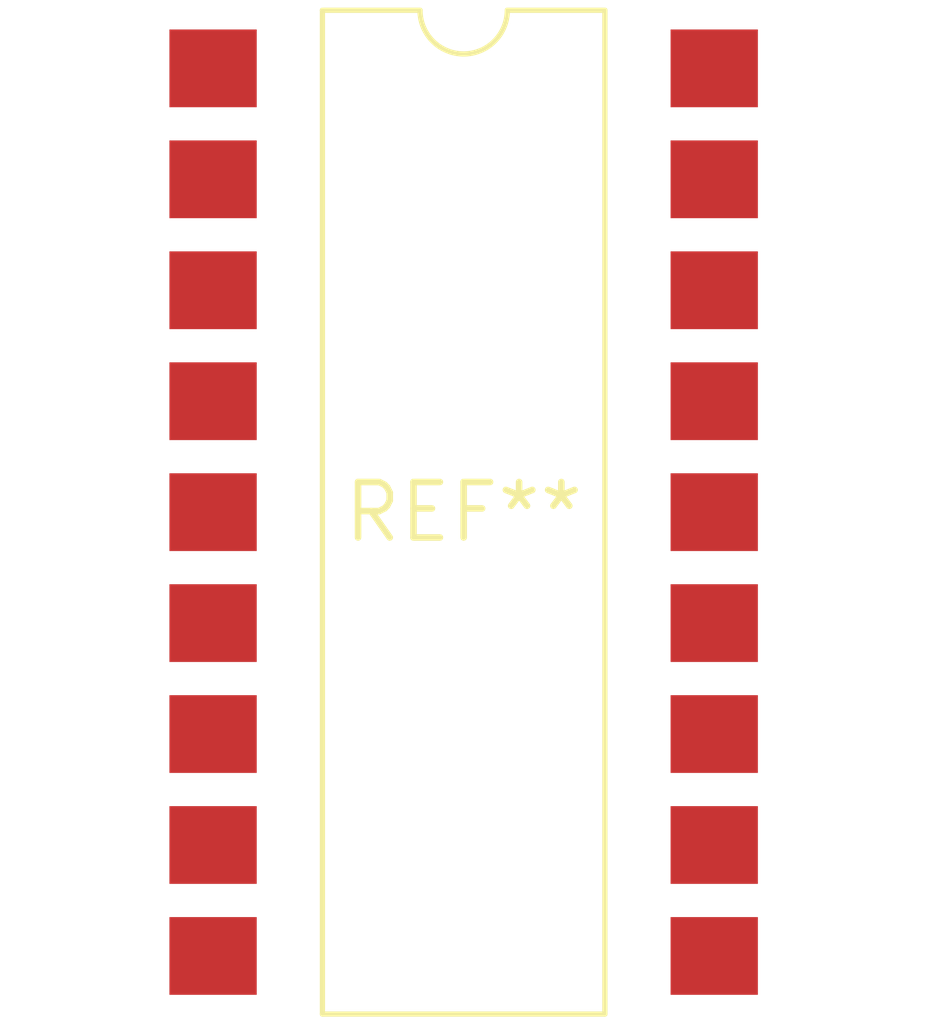
<source format=kicad_pcb>
(kicad_pcb (version 20240108) (generator pcbnew)
  (layers (0 "F.Cu" signal) (31 "B.Cu" signal) (34 "B.Paste" user) (35 "F.Paste" user) (36 "B.SilkS" user "B.Silkscreen") (37 "F.SilkS" user "F.Silkscreen") (38 "B.Mask" user) (39 "F.Mask" user) (44 "Edge.Cuts" user))
  (net 0 "")
  (footprint "SMDIP-18_W11.48mm" (layer "F.Cu") (at 0 0)
    (property "Reference" "REF**")
    (property "Value" "SMDIP-18_W11.48mm")
    (fp_line (start -3.235 -11.49) (end -3.235 11.49) (layer "F.SilkS") (stroke (width 0.12)))
    (fp_line (start -3.235 11.49) (end 3.235 11.49) (layer "F.SilkS") (stroke (width 0.12)))
    (fp_line (start -1 -11.49) (end -3.235 -11.49) (layer "F.SilkS") (stroke (width 0.12)))
    (fp_line (start 3.235 -11.49) (end 1 -11.49) (layer "F.SilkS") (stroke (width 0.12)))
    (fp_line (start 3.235 11.49) (end 3.235 -11.49) (layer "F.SilkS") (stroke (width 0.12)))
    (fp_arc (start 1 -11.49) (mid 0 -10.49) (end -1 -11.49) (layer "F.SilkS") (stroke (width 0.12)))
    (pad "1" smd rect (at -5.74 -10.16) (size 2 1.78) (layers "F.Cu" "F.Paste" "F.Mask"))
    (pad "2" smd rect (at -5.74 -7.62) (size 2 1.78) (layers "F.Cu" "F.Paste" "F.Mask"))
    (pad "3" smd rect (at -5.74 -5.08) (size 2 1.78) (layers "F.Cu" "F.Paste" "F.Mask"))
    (pad "4" smd rect (at -5.74 -2.54) (size 2 1.78) (layers "F.Cu" "F.Paste" "F.Mask"))
    (pad "5" smd rect (at -5.74 0) (size 2 1.78) (layers "F.Cu" "F.Paste" "F.Mask"))
    (pad "6" smd rect (at -5.74 2.54) (size 2 1.78) (layers "F.Cu" "F.Paste" "F.Mask"))
    (pad "7" smd rect (at -5.74 5.08) (size 2 1.78) (layers "F.Cu" "F.Paste" "F.Mask"))
    (pad "8" smd rect (at -5.74 7.62) (size 2 1.78) (layers "F.Cu" "F.Paste" "F.Mask"))
    (pad "9" smd rect (at -5.74 10.16) (size 2 1.78) (layers "F.Cu" "F.Paste" "F.Mask"))
    (pad "10" smd rect (at 5.74 10.16) (size 2 1.78) (layers "F.Cu" "F.Paste" "F.Mask"))
    (pad "11" smd rect (at 5.74 7.62) (size 2 1.78) (layers "F.Cu" "F.Paste" "F.Mask"))
    (pad "12" smd rect (at 5.74 5.08) (size 2 1.78) (layers "F.Cu" "F.Paste" "F.Mask"))
    (pad "13" smd rect (at 5.74 2.54) (size 2 1.78) (layers "F.Cu" "F.Paste" "F.Mask"))
    (pad "14" smd rect (at 5.74 0) (size 2 1.78) (layers "F.Cu" "F.Paste" "F.Mask"))
    (pad "15" smd rect (at 5.74 -2.54) (size 2 1.78) (layers "F.Cu" "F.Paste" "F.Mask"))
    (pad "16" smd rect (at 5.74 -5.08) (size 2 1.78) (layers "F.Cu" "F.Paste" "F.Mask"))
    (pad "17" smd rect (at 5.74 -7.62) (size 2 1.78) (layers "F.Cu" "F.Paste" "F.Mask"))
    (pad "18" smd rect (at 5.74 -10.16) (size 2 1.78) (layers "F.Cu" "F.Paste" "F.Mask"))
  )
)
</source>
